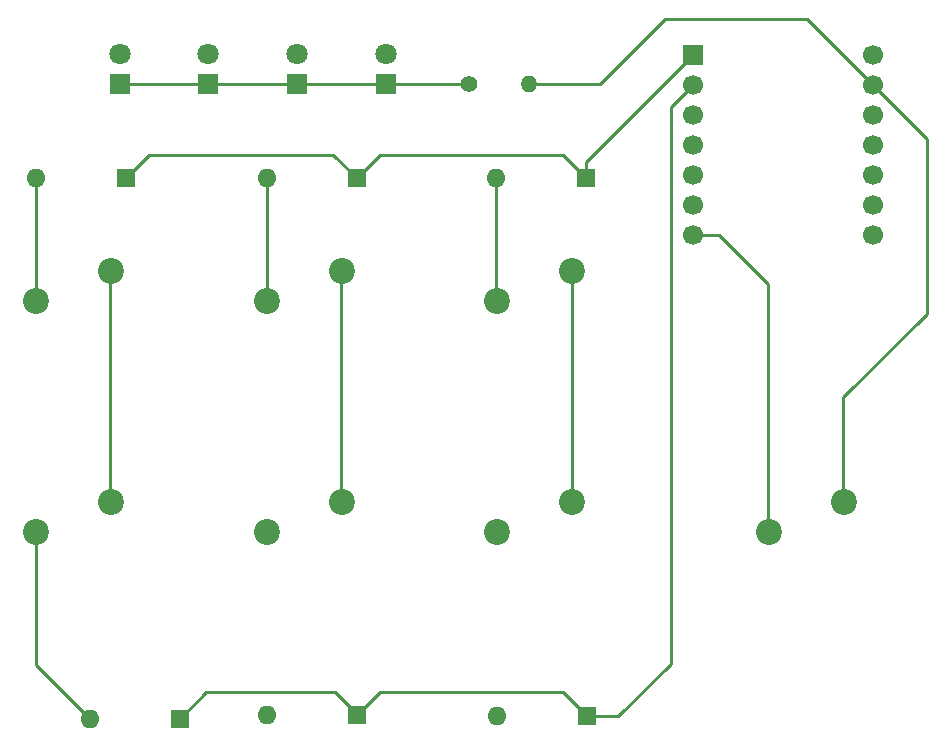
<source format=gbr>
%TF.GenerationSoftware,KiCad,Pcbnew,8.0.6*%
%TF.CreationDate,2024-10-20T16:09:43+03:00*%
%TF.ProjectId,oakpad,6f616b70-6164-42e6-9b69-6361645f7063,rev?*%
%TF.SameCoordinates,Original*%
%TF.FileFunction,Copper,L1,Top*%
%TF.FilePolarity,Positive*%
%FSLAX46Y46*%
G04 Gerber Fmt 4.6, Leading zero omitted, Abs format (unit mm)*
G04 Created by KiCad (PCBNEW 8.0.6) date 2024-10-20 16:09:43*
%MOMM*%
%LPD*%
G01*
G04 APERTURE LIST*
%TA.AperFunction,ComponentPad*%
%ADD10C,2.200000*%
%TD*%
%TA.AperFunction,ComponentPad*%
%ADD11R,1.600000X1.600000*%
%TD*%
%TA.AperFunction,ComponentPad*%
%ADD12O,1.600000X1.600000*%
%TD*%
%TA.AperFunction,ComponentPad*%
%ADD13R,1.800000X1.800000*%
%TD*%
%TA.AperFunction,ComponentPad*%
%ADD14C,1.800000*%
%TD*%
%TA.AperFunction,ComponentPad*%
%ADD15C,1.400000*%
%TD*%
%TA.AperFunction,ComponentPad*%
%ADD16O,1.400000X1.400000*%
%TD*%
%TA.AperFunction,ComponentPad*%
%ADD17R,1.700000X1.700000*%
%TD*%
%TA.AperFunction,ComponentPad*%
%ADD18C,1.700000*%
%TD*%
%TA.AperFunction,Conductor*%
%ADD19C,0.250000*%
%TD*%
G04 APERTURE END LIST*
D10*
%TO.P,SW1,1,1*%
%TO.N,/Row1*%
X25465000Y-36345000D03*
%TO.P,SW1,2,2*%
%TO.N,Net-(D1-A)*%
X19115000Y-38885000D03*
%TD*%
D11*
%TO.P,D4,1,K*%
%TO.N,/Column2*%
X31310000Y-74250000D03*
D12*
%TO.P,D4,2,A*%
%TO.N,Net-(D4-A)*%
X23690000Y-74250000D03*
%TD*%
D13*
%TO.P,D10,1,K*%
%TO.N,Net-(D10-K)*%
X48750000Y-20500000D03*
D14*
%TO.P,D10,2,A*%
%TO.N,Net-(D10-A)*%
X48750000Y-17960000D03*
%TD*%
D10*
%TO.P,SW3,1,1*%
%TO.N,/Row3*%
X64565000Y-36345000D03*
%TO.P,SW3,2,2*%
%TO.N,Net-(D3-A)*%
X58215000Y-38885000D03*
%TD*%
%TO.P,SW5,1,1*%
%TO.N,/Row2*%
X45015000Y-55895000D03*
%TO.P,SW5,2,2*%
%TO.N,Net-(D5-A)*%
X38665000Y-58435000D03*
%TD*%
D11*
%TO.P,D1,1,K*%
%TO.N,/Column1*%
X26730000Y-28500000D03*
D12*
%TO.P,D1,2,A*%
%TO.N,Net-(D1-A)*%
X19110000Y-28500000D03*
%TD*%
D13*
%TO.P,D8,1,K*%
%TO.N,Net-(D10-K)*%
X33750000Y-20500000D03*
D14*
%TO.P,D8,2,A*%
%TO.N,Net-(D8-A)*%
X33750000Y-17960000D03*
%TD*%
D10*
%TO.P,SW7,1,1*%
%TO.N,GND*%
X87515000Y-55895000D03*
%TO.P,SW7,2,2*%
%TO.N,Net-(U1-PB08_A6_D6_TX)*%
X81165000Y-58435000D03*
%TD*%
D11*
%TO.P,D2,1,K*%
%TO.N,/Column1*%
X46310000Y-28500000D03*
D12*
%TO.P,D2,2,A*%
%TO.N,Net-(D2-A)*%
X38690000Y-28500000D03*
%TD*%
D11*
%TO.P,D6,1,K*%
%TO.N,/Column2*%
X65810000Y-74040000D03*
D12*
%TO.P,D6,2,A*%
%TO.N,Net-(D6-A)*%
X58190000Y-74040000D03*
%TD*%
D15*
%TO.P,R1,1*%
%TO.N,Net-(D10-K)*%
X55840000Y-20500000D03*
D16*
%TO.P,R1,2*%
%TO.N,GND*%
X60920000Y-20500000D03*
%TD*%
D11*
%TO.P,D3,1,K*%
%TO.N,/Column1*%
X65730000Y-28500000D03*
D12*
%TO.P,D3,2,A*%
%TO.N,Net-(D3-A)*%
X58110000Y-28500000D03*
%TD*%
D10*
%TO.P,SW2,1,1*%
%TO.N,/Row2*%
X45015000Y-36345000D03*
%TO.P,SW2,2,2*%
%TO.N,Net-(D2-A)*%
X38665000Y-38885000D03*
%TD*%
D13*
%TO.P,D7,1,K*%
%TO.N,Net-(D10-K)*%
X26250000Y-20500000D03*
D14*
%TO.P,D7,2,A*%
%TO.N,Net-(D7-A)*%
X26250000Y-17960000D03*
%TD*%
D10*
%TO.P,SW4,1,1*%
%TO.N,/Row1*%
X25465000Y-55895000D03*
%TO.P,SW4,2,2*%
%TO.N,Net-(D4-A)*%
X19115000Y-58435000D03*
%TD*%
D17*
%TO.P,U1,1,PA02_A0_D0*%
%TO.N,/Column1*%
X74770250Y-18092015D03*
D18*
%TO.P,U1,2,PA4_A1_D1*%
%TO.N,/Column2*%
X74770250Y-20632015D03*
%TO.P,U1,3,PA10_A2_D2*%
%TO.N,Net-(D7-A)*%
X74770250Y-23172015D03*
%TO.P,U1,4,PA11_A3_D3*%
%TO.N,Net-(D8-A)*%
X74770250Y-25712015D03*
%TO.P,U1,5,PA8_A4_D4_SDA*%
%TO.N,Net-(D9-A)*%
X74770250Y-28252015D03*
%TO.P,U1,6,PA9_A5_D5_SCL*%
%TO.N,Net-(D10-A)*%
X74770250Y-30792015D03*
%TO.P,U1,7,PB08_A6_D6_TX*%
%TO.N,Net-(U1-PB08_A6_D6_TX)*%
X74770250Y-33332015D03*
%TO.P,U1,8,PB09_A7_D7_RX*%
%TO.N,unconnected-(U1-PB09_A7_D7_RX-Pad8)*%
X90020250Y-33332015D03*
%TO.P,U1,9,PA7_A8_D8_SCK*%
%TO.N,/Row3*%
X90020250Y-30792015D03*
%TO.P,U1,10,PA5_A9_D9_MISO*%
%TO.N,/Row2*%
X90020250Y-28252015D03*
%TO.P,U1,11,PA6_A10_D10_MOSI*%
%TO.N,/Row1*%
X90020250Y-25712015D03*
%TO.P,U1,12,3V3*%
%TO.N,unconnected-(U1-3V3-Pad12)*%
X90020250Y-23172015D03*
%TO.P,U1,13,GND*%
%TO.N,GND*%
X90020250Y-20632015D03*
%TO.P,U1,14,5V*%
%TO.N,+5V*%
X90020250Y-18092015D03*
%TD*%
D10*
%TO.P,SW6,1,1*%
%TO.N,/Row3*%
X64565000Y-55895000D03*
%TO.P,SW6,2,2*%
%TO.N,Net-(D6-A)*%
X58215000Y-58435000D03*
%TD*%
D11*
%TO.P,D5,1,K*%
%TO.N,/Column2*%
X46310000Y-73960000D03*
D12*
%TO.P,D5,2,A*%
%TO.N,Net-(D5-A)*%
X38690000Y-73960000D03*
%TD*%
D13*
%TO.P,D9,1,K*%
%TO.N,Net-(D10-K)*%
X41250000Y-20500000D03*
D14*
%TO.P,D9,2,A*%
%TO.N,Net-(D9-A)*%
X41250000Y-17960000D03*
%TD*%
D19*
%TO.N,Net-(D1-A)*%
X19110000Y-38915000D02*
X19065000Y-38960000D01*
X19110000Y-28500000D02*
X19110000Y-38915000D01*
%TO.N,/Column1*%
X65730000Y-27132265D02*
X65730000Y-28500000D01*
X63730000Y-26500000D02*
X65730000Y-28500000D01*
X26730000Y-28500000D02*
X28730000Y-26500000D01*
X46310000Y-28500000D02*
X44310000Y-26500000D01*
X44310000Y-26500000D02*
X44000000Y-26500000D01*
X49000000Y-26500000D02*
X63730000Y-26500000D01*
X46310000Y-28500000D02*
X48310000Y-26500000D01*
X74770250Y-18092015D02*
X65730000Y-27132265D01*
X28730000Y-26500000D02*
X44000000Y-26500000D01*
X48310000Y-26500000D02*
X49000000Y-26500000D01*
%TO.N,Net-(D2-A)*%
X38690000Y-28500000D02*
X38690000Y-38960000D01*
X38690000Y-38960000D02*
X38610000Y-39040000D01*
%TO.N,Net-(D3-A)*%
X58110000Y-28500000D02*
X58110000Y-38960000D01*
X58110000Y-38960000D02*
X58190000Y-39040000D01*
%TO.N,/Column2*%
X63000000Y-72000000D02*
X48500000Y-72000000D01*
X33560000Y-72000000D02*
X44500000Y-72000000D01*
X31310000Y-74250000D02*
X33560000Y-72000000D01*
X44500000Y-72000000D02*
X46310000Y-73810000D01*
X72920000Y-69580000D02*
X72920000Y-22482265D01*
X65810000Y-74040000D02*
X63770000Y-72000000D01*
X48270000Y-72000000D02*
X48500000Y-72000000D01*
X68460000Y-74040000D02*
X72920000Y-69580000D01*
X72920000Y-22482265D02*
X74770250Y-20632015D01*
X65810000Y-74040000D02*
X68460000Y-74040000D01*
X46310000Y-73810000D02*
X46310000Y-73960000D01*
X63770000Y-72000000D02*
X63000000Y-72000000D01*
X46310000Y-73960000D02*
X48270000Y-72000000D01*
%TO.N,Net-(D4-A)*%
X19115000Y-69675000D02*
X23690000Y-74250000D01*
X19190000Y-58620000D02*
X19110000Y-58540000D01*
X19115000Y-58435000D02*
X19115000Y-69675000D01*
%TO.N,Net-(D6-A)*%
X58150000Y-74000000D02*
X58190000Y-74040000D01*
%TO.N,GND*%
X94545000Y-25156765D02*
X94545000Y-39750000D01*
X94545000Y-39960000D02*
X94545000Y-39750000D01*
X87500000Y-56000000D02*
X87500000Y-47005000D01*
X60920000Y-20500000D02*
X66920000Y-20500000D01*
X72420000Y-15000000D02*
X83500000Y-15000000D01*
X90020250Y-20632015D02*
X84388235Y-15000000D01*
X90020250Y-20632015D02*
X94545000Y-25156765D01*
X66920000Y-20500000D02*
X72420000Y-15000000D01*
X84388235Y-15000000D02*
X83500000Y-15000000D01*
X87500000Y-47005000D02*
X94545000Y-39960000D01*
%TO.N,Net-(D10-K)*%
X55840000Y-20500000D02*
X26500000Y-20500000D01*
%TO.N,/Row1*%
X25415000Y-55955000D02*
X25460000Y-56000000D01*
X25415000Y-36420000D02*
X25415000Y-55955000D01*
%TO.N,/Row2*%
X44960000Y-55920000D02*
X45040000Y-56000000D01*
X44960000Y-36500000D02*
X44960000Y-55920000D01*
%TO.N,Net-(U1-PB08_A6_D6_TX)*%
X81155000Y-37480000D02*
X81155000Y-58535000D01*
X74770250Y-33332015D02*
X77007015Y-33332015D01*
X81155000Y-58535000D02*
X81150000Y-58540000D01*
X77007015Y-33332015D02*
X81155000Y-37480000D01*
%TO.N,/Row3*%
X64540000Y-36500000D02*
X64540000Y-56040000D01*
X64540000Y-56040000D02*
X64500000Y-56080000D01*
%TD*%
M02*

</source>
